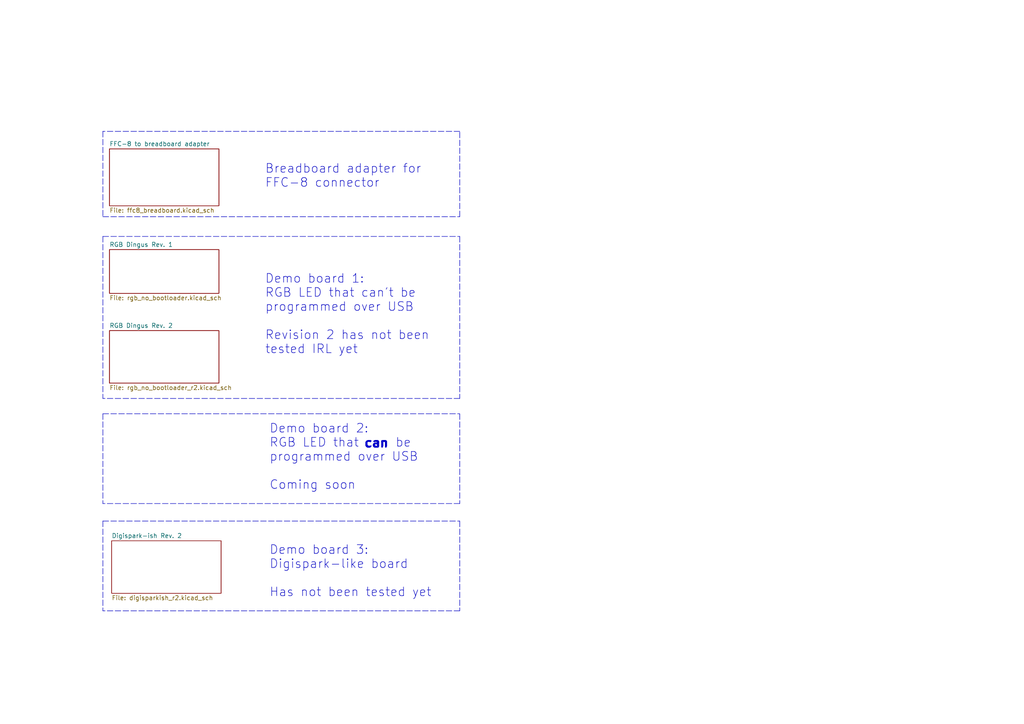
<source format=kicad_sch>
(kicad_sch (version 20211123) (generator eeschema)
  (paper "A4")
  (lib_symbols)
  (polyline (pts (xy 133.35 68.58) (xy 133.35 115.57)))
  (polyline (pts (xy 29.845 120.015) (xy 133.35 120.015)))
  (polyline (pts (xy 29.845 38.1) (xy 29.845 62.865)))
  (polyline (pts (xy 29.845 68.58) (xy 133.35 68.58)))
  (polyline (pts (xy 133.35 151.13) (xy 133.35 177.165)))
  (polyline (pts (xy 133.35 115.57) (xy 29.845 115.57)))
  (polyline (pts (xy 29.845 68.58) (xy 29.845 115.57)))
  (polyline (pts (xy 29.845 62.865) (xy 133.35 62.865)))
  (polyline (pts (xy 133.35 177.165) (xy 29.845 177.165)))
  (polyline (pts (xy 29.845 120.015) (xy 29.845 146.05)))
  (polyline (pts (xy 133.35 120.015) (xy 133.35 146.05)))
  (polyline (pts (xy 133.35 146.05) (xy 29.845 146.05)))
  (polyline (pts (xy 29.845 151.13) (xy 133.35 151.13)))
  (polyline (pts (xy 133.35 38.1) (xy 29.845 38.1)))
  (polyline (pts (xy 29.845 151.13) (xy 29.845 177.165)))
  (polyline (pts (xy 133.35 62.865) (xy 133.35 38.1)))
  (text "Breadboard adapter for\nFFC-8 connector" (at 76.835 54.61 0) (effects (font (size 2.54 2.54)) (justify left bottom)))
  (text "Demo board 1:\nRGB LED that can't be\nprogrammed over USB\n\nRevision 2 has not been\ntested IRL yet" (at 76.835 102.87 0) (effects (font (size 2.54 2.54)) (justify left bottom)))
  (text "Demo board 3:\nDigispark-like board\n\nHas not been tested yet" (at 78.105 173.355 0) (effects (font (size 2.54 2.54)) (justify left bottom)))
  (text "can" (at 105.41 130.175 0) (effects (font (size 2.54 2.54) (thickness 0.508) bold) (justify left bottom)))
  (text "Demo board 2:\nRGB LED that can be\nprogrammed over USB\n\nComing soon" (at 78.105 142.24 0) (effects (font (size 2.54 2.54)) (justify left bottom)))
  (sheet (at 31.75 95.885) (size 31.75 15.24) (stroke (width 0.1524))
    (property "Sheet name" "RGB Dingus Rev. 2" (at 31.75 95.1734 0) (effects (justify left bottom)))
    (property "Sheet file" "rgb_no_bootloader_r2.kicad_sch" (at 31.75 111.7096 0) (effects (justify left top)))
  )
  (sheet (at 31.75 43.18) (size 31.75 16.51) (stroke (width 0.1524))
    (property "Sheet name" "FFC-8 to breadboard adapter" (at 31.75 42.4684 0) (effects (justify left bottom)))
    (property "Sheet file" "ffc8_breadboard.kicad_sch" (at 31.75 60.2746 0) (effects (justify left top)))
  )
  (sheet (at 31.75 72.39) (size 31.75 12.7) (stroke (width 0.1524))
    (property "Sheet name" "RGB Dingus Rev. 1" (at 31.75 71.6784 0) (effects (justify left bottom)))
    (property "Sheet file" "rgb_no_bootloader.kicad_sch" (at 31.75 85.6746 0) (effects (justify left top)))
  )
  (sheet (at 32.385 156.845) (size 31.75 15.24) (stroke (width 0.1524))
    (property "Sheet name" "Digispark-ish Rev. 2" (at 32.385 156.1334 0) (effects (justify left bottom)))
    (property "Sheet file" "digisparkish_r2.kicad_sch" (at 32.385 172.6696 0) (effects (justify left top)))
  )
)
</source>
